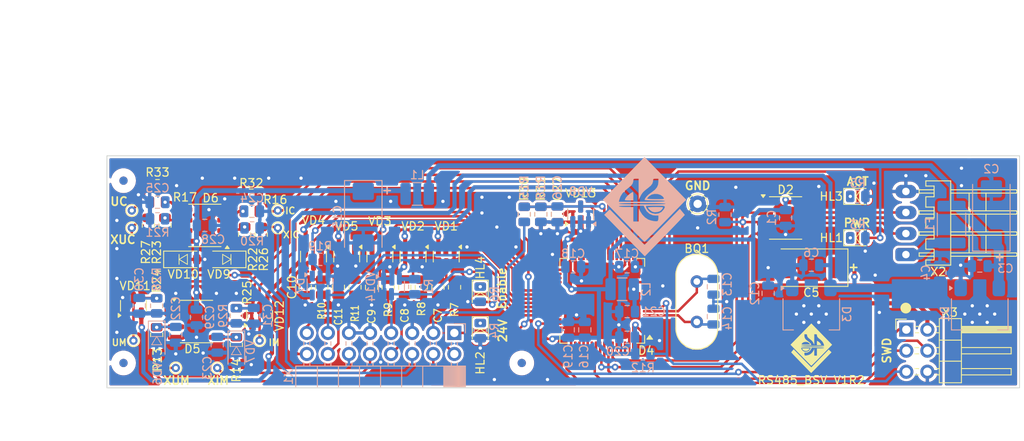
<source format=kicad_pcb>
(kicad_pcb
	(version 20240108)
	(generator "pcbnew")
	(generator_version "8.0")
	(general
		(thickness 1.6)
		(legacy_teardrops no)
	)
	(paper "A4")
	(title_block
		(title "RS485_BSV")
		(rev "2")
		(company "ООО \"Экросхим\"")
		(comment 1 "Антон Мухин")
	)
	(layers
		(0 "F.Cu" signal)
		(1 "In1.Cu" power)
		(2 "In2.Cu" power)
		(31 "B.Cu" signal)
		(32 "B.Adhes" user "B.Adhesive")
		(33 "F.Adhes" user "F.Adhesive")
		(34 "B.Paste" user)
		(35 "F.Paste" user)
		(36 "B.SilkS" user "B.Silkscreen")
		(37 "F.SilkS" user "F.Silkscreen")
		(38 "B.Mask" user)
		(39 "F.Mask" user)
		(40 "Dwgs.User" user "User.Drawings")
		(41 "Cmts.User" user "User.Comments")
		(42 "Eco1.User" user "User.Eco1")
		(43 "Eco2.User" user "User.Eco2")
		(44 "Edge.Cuts" user)
		(45 "Margin" user)
		(46 "B.CrtYd" user "B.Courtyard")
		(47 "F.CrtYd" user "F.Courtyard")
		(48 "B.Fab" user)
		(49 "F.Fab" user)
		(50 "User.1" user)
		(51 "User.2" user)
		(52 "User.3" user)
		(53 "User.4" user)
		(54 "User.5" user)
		(55 "User.6" user)
		(56 "User.7" user)
		(57 "User.8" user)
		(58 "User.9" user)
	)
	(setup
		(stackup
			(layer "F.SilkS"
				(type "Top Silk Screen")
			)
			(layer "F.Paste"
				(type "Top Solder Paste")
			)
			(layer "F.Mask"
				(type "Top Solder Mask")
				(thickness 0.01)
			)
			(layer "F.Cu"
				(type "copper")
				(thickness 0.035)
			)
			(layer "dielectric 1"
				(type "prepreg")
				(thickness 0.1)
				(material "FR4")
				(epsilon_r 4.5)
				(loss_tangent 0.02)
			)
			(layer "In1.Cu"
				(type "copper")
				(thickness 0.035)
			)
			(layer "dielectric 2"
				(type "core")
				(thickness 1.24)
				(material "FR4")
				(epsilon_r 4.5)
				(loss_tangent 0.02)
			)
			(layer "In2.Cu"
				(type "copper")
				(thickness 0.035)
			)
			(layer "dielectric 3"
				(type "prepreg")
				(thickness 0.1)
				(material "FR4")
				(epsilon_r 4.5)
				(loss_tangent 0.02)
			)
			(layer "B.Cu"
				(type "copper")
				(thickness 0.035)
			)
			(layer "B.Mask"
				(type "Bottom Solder Mask")
				(thickness 0.01)
			)
			(layer "B.Paste"
				(type "Bottom Solder Paste")
			)
			(layer "B.SilkS"
				(type "Bottom Silk Screen")
			)
			(copper_finish "None")
			(dielectric_constraints no)
		)
		(pad_to_mask_clearance 0)
		(allow_soldermask_bridges_in_footprints no)
		(aux_axis_origin 30 63)
		(grid_origin 30 63)
		(pcbplotparams
			(layerselection 0x00010fc_ffffffff)
			(plot_on_all_layers_selection 0x0000000_00000000)
			(disableapertmacros no)
			(usegerberextensions yes)
			(usegerberattributes no)
			(usegerberadvancedattributes no)
			(creategerberjobfile no)
			(dashed_line_dash_ratio 12.000000)
			(dashed_line_gap_ratio 3.000000)
			(svgprecision 4)
			(plotframeref no)
			(viasonmask no)
			(mode 1)
			(useauxorigin yes)
			(hpglpennumber 1)
			(hpglpenspeed 20)
			(hpglpendiameter 15.000000)
			(pdf_front_fp_property_popups yes)
			(pdf_back_fp_property_popups yes)
			(dxfpolygonmode yes)
			(dxfimperialunits yes)
			(dxfusepcbnewfont yes)
			(psnegative no)
			(psa4output no)
			(plotreference yes)
			(plotvalue no)
			(plotfptext yes)
			(plotinvisibletext no)
			(sketchpadsonfab no)
			(subtractmaskfromsilk yes)
			(outputformat 1)
			(mirror no)
			(drillshape 0)
			(scaleselection 1)
			(outputdirectory "gerbers/")
		)
	)
	(net 0 "")
	(net 1 "Net-(D4-PD0)")
	(net 2 "Net-(D4-PD1)")
	(net 3 "+3V3")
	(net 4 "GND")
	(net 5 "+12V")
	(net 6 "+5V")
	(net 7 "UA_RDY")
	(net 8 "XRAY_ON")
	(net 9 "NO_LINK")
	(net 10 "OVERLOAD")
	(net 11 "OVERHEAT")
	(net 12 "+12VA")
	(net 13 "+3.3VA")
	(net 14 "Net-(D5A-+)")
	(net 15 "Net-(D5B-+)")
	(net 16 "Net-(D6A-+)")
	(net 17 "Net-(D6B-+)")
	(net 18 "HV_24V")
	(net 19 "HV_15V")
	(net 20 "Net-(D2-B)")
	(net 21 "U1_RX")
	(net 22 "TXEN")
	(net 23 "Net-(D2-A)")
	(net 24 "U1_TX")
	(net 25 "SWO")
	(net 26 "unconnected-(D4-PC15-Pad4)")
	(net 27 "unconnected-(D4-PB4-Pad56)")
	(net 28 "unconnected-(D4-PB2-Pad28)")
	(net 29 "Ia_CTRL")
	(net 30 "SWCLK")
	(net 31 "unconnected-(D4-PC6-Pad37)")
	(net 32 "unconnected-(D4-PB9-Pad62)")
	(net 33 "unconnected-(D4-PC3-Pad11)")
	(net 34 "unconnected-(D4-PB10-Pad29)")
	(net 35 "unconnected-(D4-PC14-Pad3)")
	(net 36 "Net-(D4-PC10)")
	(net 37 "unconnected-(D4-PC0-Pad8)")
	(net 38 "RESET")
	(net 39 "unconnected-(D4-PB8-Pad61)")
	(net 40 "SWDIO")
	(net 41 "Net-(D4-PB14)")
	(net 42 "unconnected-(D4-PD2-Pad54)")
	(net 43 "Ua_MON")
	(net 44 "unconnected-(D4-PA1-Pad15)")
	(net 45 "unconnected-(D4-PA12-Pad45)")
	(net 46 "Net-(D4-PC11)")
	(net 47 "HV_ENABLE")
	(net 48 "unconnected-(D4-PB1-Pad27)")
	(net 49 "unconnected-(D4-PB0-Pad26)")
	(net 50 "unconnected-(D4-PC12-Pad53)")
	(net 51 "Ua_CTRL")
	(net 52 "unconnected-(D4-PC2-Pad10)")
	(net 53 "Net-(D4-PB12)")
	(net 54 "CONN")
	(net 55 "Ia_MON")
	(net 56 "Net-(D4-PA3)")
	(net 57 "unconnected-(D4-PC13-Pad2)")
	(net 58 "unconnected-(D4-PB11-Pad30)")
	(net 59 "LED_ACT")
	(net 60 "Net-(D4-PB15)")
	(net 61 "unconnected-(D4-PA15-Pad50)")
	(net 62 "Net-(D4-PA2)")
	(net 63 "Net-(D4-PB13)")
	(net 64 "unconnected-(D4-PA0-Pad14)")
	(net 65 "Net-(D5A--)")
	(net 66 "Net-(D5B--)")
	(net 67 "Net-(D6B--)")
	(net 68 "Net-(D6A--)")
	(net 69 "unconnected-(D7-NC-Pad1)")
	(net 70 "X_HV_ENABLE")
	(net 71 "Net-(X2-Pin_1)")
	(net 72 "Net-(HL1-K)")
	(net 73 "Net-(HL2-K)")
	(net 74 "X_HV_24V")
	(net 75 "Net-(HL3-K)")
	(net 76 "Net-(HL4-K)")
	(net 77 "/X_UA_RDY")
	(net 78 "/X_XRAY_ON")
	(net 79 "/X_NO_LINK")
	(net 80 "/X_OVERLOAD")
	(net 81 "/X_OVERHEAT")
	(net 82 "X_Ua_MON")
	(net 83 "X_Ia_MON")
	(net 84 "X_Ua_CTRL")
	(net 85 "X_Ia_CTRL")
	(net 86 "X_HV_15V")
	(net 87 "Net-(VD10-K)")
	(net 88 "Net-(VD9-K)")
	(footprint "Capacitor_SMD:C_0805_2012Metric" (layer "F.Cu") (at 57.9 50.862499 -90))
	(footprint "Capacitor_SMD:C_0805_2012Metric" (layer "F.Cu") (at 84.3 42.0625 -90))
	(footprint "Resistor_SMD:R_0805_2012Metric" (layer "F.Cu") (at 46.6 44.5 90))
	(footprint "Resistor_SMD:R_0805_2012Metric" (layer "F.Cu") (at 36.1 38.6))
	(footprint "TestPoint:TestPoint_THTPad_D1.0mm_Drill0.5mm" (layer "F.Cu") (at 50.6 41.6 180))
	(footprint "Connector_PinHeader_2.54mm:PinHeader_2x03_P2.54mm_Horizontal" (layer "F.Cu") (at 126.35 55.975))
	(footprint "Resistor_SMD:R_0805_2012Metric" (layer "F.Cu") (at 80.3 42.0625 90))
	(footprint "Fiducial:Fiducial_1mm_Mask3mm" (layer "F.Cu") (at 80 60))
	(footprint "Ecohim:TestPoint_Pad_D0.8mm_no_circle" (layer "F.Cu") (at 95.7 47.6 -90))
	(footprint "Package_TO_SOT_SMD:SOT-23" (layer "F.Cu") (at 70.9 47.162499 -90))
	(footprint "Resistor_SMD:R_0805_2012Metric" (layer "F.Cu") (at 45.6 54.3 90))
	(footprint "Ecohim:TestPoint_Pad_D0.8mm_no_circle" (layer "F.Cu") (at 82 47.8 -90))
	(footprint "TestPoint:TestPoint_THTPad_D1.0mm_Drill0.5mm" (layer "F.Cu") (at 33.2 57.3))
	(footprint "Resistor_SMD:R_0805_2012Metric" (layer "F.Cu") (at 48.599999 44.5 90))
	(footprint "Package_TO_SOT_SMD:SOT-23" (layer "F.Cu") (at 66.9 47.162499 -90))
	(footprint "Package_QFP:LQFP-64_10x10mm_P0.5mm" (layer "F.Cu") (at 89.7 52.5 180))
	(footprint "TestPoint:TestPoint_THTPad_D1.0mm_Drill0.5mm" (layer "F.Cu") (at 43.3 60.6))
	(footprint "Resistor_SMD:R_0805_2012Metric" (layer "F.Cu") (at 63.9 50.862499 90))
	(footprint "LED_SMD:LED_0805_2012Metric" (layer "F.Cu") (at 75 56.1 -90))
	(footprint "Resistor_SMD:R_0805_2012Metric" (layer "F.Cu") (at 71.9 50.862499 90))
	(footprint "TestPoint:TestPoint_THTPad_D1.0mm_Drill0.5mm" (layer "F.Cu") (at 50.6 43.7 180))
	(footprint "Resistor_SMD:R_0805_2012Metric" (layer "F.Cu") (at 55.9 50.862499 90))
	(footprint "Ecohim:TestPoint_Pad_D0.8mm_no_circle" (layer "F.Cu") (at 82 49 -90))
	(footprint "LED_SMD:LED_0805_2012Metric" (layer "F.Cu") (at 75 51.7 -90))
	(footprint "Package_TO_SOT_SMD:SOT-23" (layer "F.Cu") (at 58.9 47.162499 -90))
	(footprint "TestPoint:TestPoint_THTPad_D1.0mm_Drill0.5mm" (layer "F.Cu") (at 38.3 60.6))
	(footprint "Ecohim:TestPoint_Pad_D0.8mm_no_circle" (layer "F.Cu") (at 82 46.6 -90))
	(footprint "Diode_SMD:D_SOD-123" (layer "F.Cu") (at 39.2 47.5))
	(footprint "Crystal:Crystal_HC49-4H_Vertical" (layer "F.Cu") (at 101.1 55.050001 90))
	(footprint "Package_TO_SOT_SMD:SOT-23" (layer "F.Cu") (at 54.9 47.162499 -90))
	(footprint "TestPoint:TestPoint_THTPad_D2.0mm_Drill1.0mm" (layer "F.Cu") (at 101.2 40.8))
	(footprint "Ecohim:DS1070-4MR_WF-4RA_CONNFLY" (layer "F.Cu") (at 126.3 39.3 -90))
	(footprint "Ecohim:TestPoint_Pad_D0.8mm_no_circle" (layer "F.Cu") (at 94.5 46.5 -90))
	(footprint "TestPoint:TestPoint_THTPad_D1.0mm_Drill0.5mm" (layer "F.Cu") (at 48.4 57.3))
	(footprint "Ecohim:TestPoint_Pad_D0.8mm_no_circle" (layer "F.Cu") (at 82 50.2 -90))
	(footprint "LED_SMD:LED_0805_2012Metric" (layer "F.Cu") (at 120.5 44.9))
	(footprint "Fiducial:Fiducial_1mm_Mask3mm" (layer "F.Cu") (at 32 60))
	(footprint "Package_TO_SOT_SMD:SOT-23" (layer "F.Cu") (at 62.9 47.162499 -90))
	(footprint "Package_SO:SOIC-8_3.9x4.9mm_P1.27mm" (layer "F.Cu") (at 41.8 43.4 180))
	(footprint "Fiducial:Fiducial_1mm_Mask3mm" (layer "F.Cu") (at 32 38))
	(footprint "Ecohim:TestPoint_Pad_D0.8mm_no_circle"
		(layer "F.Cu")
		(uuid "994e962f-6f8c-4506-95e2-692a998de945")
		(at 87.800001 60.1 -90)
		(descr "SMD pad as test Point, diameter 0.8mm")
		(tags "test point SMD pad")
		(property "Reference" "TP3"
			(at 0 -1.448001 90)
			(layer "F.SilkS")
			(hide yes)
			(uuid "a7cf7626-7b2f-4ba4-81bd-d2dc5d83f453")
			(effects
				(font
					(size 1 1)
					(thickness 0.15)
				)
			)
		)
		(property "Value" "TestPoint"
			(at 0 1.550001 90)
			(layer "F.Fab")
			(hide yes)
			(uuid "6df85dba-4838-47dd-9172-088c7b593623")
			(effects
				(font
					(size 1 
... [1129245 chars truncated]
</source>
